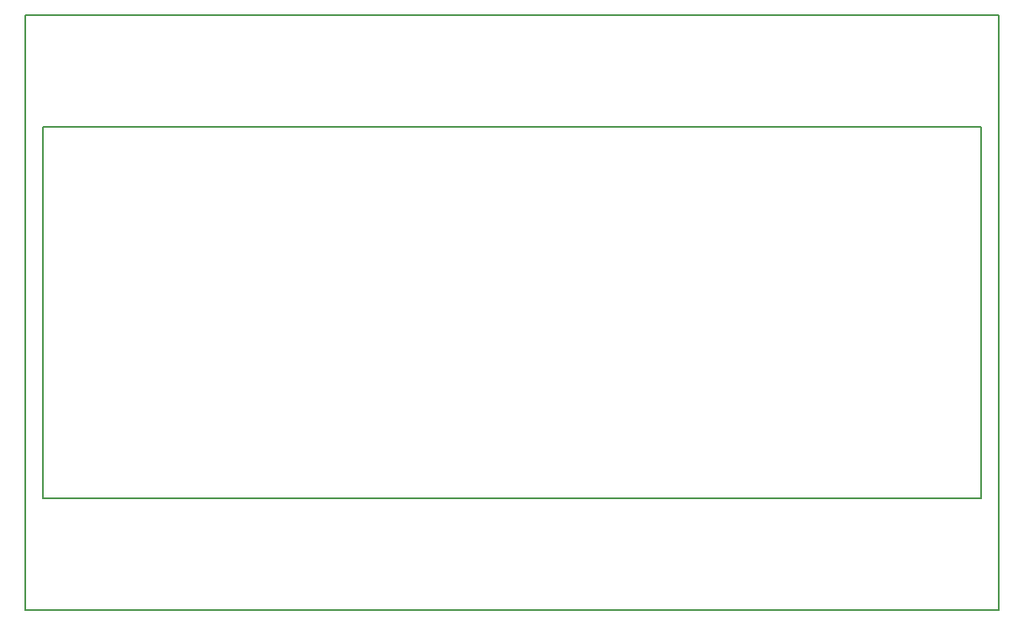
<source format=gbr>
G04 EAGLE Gerber RS-274X export*
G75*
%MOMM*%
%FSLAX34Y34*%
%LPD*%
%INSilkscreen Bottom*%
%IPPOS*%
%AMOC8*
5,1,8,0,0,1.08239X$1,22.5*%
G01*
%ADD10C,0.127000*%


D10*
X1371600Y203200D02*
X1371600Y803200D01*
X391600Y803200D01*
X391600Y203200D01*
X1371600Y203200D01*
X1353600Y316200D02*
X1353600Y690200D01*
X409600Y690200D01*
X409600Y316200D01*
X1353600Y316200D01*
M02*

</source>
